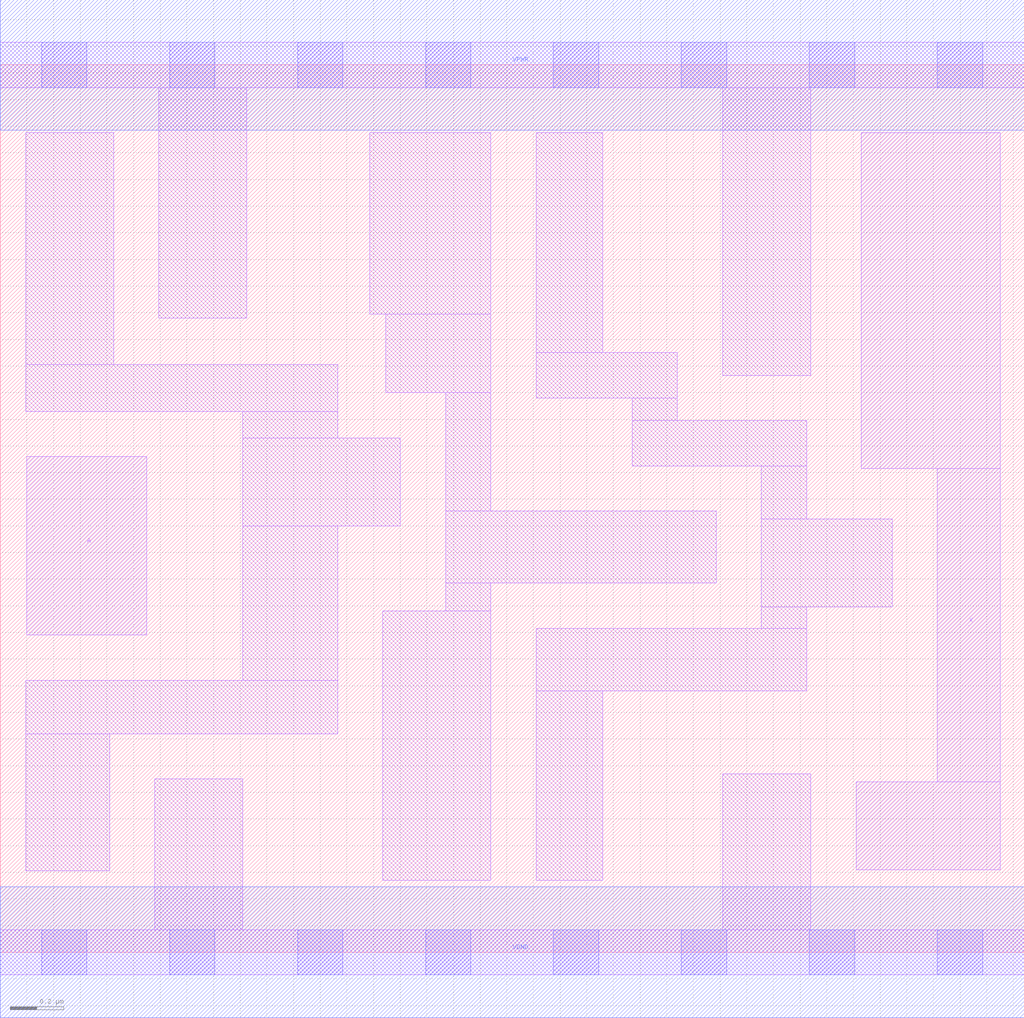
<source format=lef>
# Copyright 2020 The SkyWater PDK Authors
#
# Licensed under the Apache License, Version 2.0 (the "License");
# you may not use this file except in compliance with the License.
# You may obtain a copy of the License at
#
#     https://www.apache.org/licenses/LICENSE-2.0
#
# Unless required by applicable law or agreed to in writing, software
# distributed under the License is distributed on an "AS IS" BASIS,
# WITHOUT WARRANTIES OR CONDITIONS OF ANY KIND, either express or implied.
# See the License for the specific language governing permissions and
# limitations under the License.
#
# SPDX-License-Identifier: Apache-2.0

VERSION 5.7 ;
  NAMESCASESENSITIVE ON ;
  NOWIREEXTENSIONATPIN ON ;
  DIVIDERCHAR "/" ;
  BUSBITCHARS "[]" ;
UNITS
  DATABASE MICRONS 200 ;
END UNITS
MACRO sky130_fd_sc_lp__clkdlybuf4s15_1
  CLASS CORE ;
  SOURCE USER ;
  FOREIGN sky130_fd_sc_lp__clkdlybuf4s15_1 ;
  ORIGIN  0.000000  0.000000 ;
  SIZE  3.840000 BY  3.330000 ;
  SYMMETRY X Y R90 ;
  SITE unit ;
  PIN A
    ANTENNAGATEAREA  0.252000 ;
    DIRECTION INPUT ;
    USE SIGNAL ;
    PORT
      LAYER li1 ;
        RECT 0.100000 1.190000 0.550000 1.860000 ;
    END
  END A
  PIN X
    ANTENNADIFFAREA  0.445200 ;
    DIRECTION OUTPUT ;
    USE SIGNAL ;
    PORT
      LAYER li1 ;
        RECT 3.210000 0.310000 3.750000 0.640000 ;
        RECT 3.230000 1.815000 3.750000 3.075000 ;
        RECT 3.515000 0.640000 3.750000 1.815000 ;
    END
  END X
  PIN VGND
    DIRECTION INOUT ;
    USE GROUND ;
    PORT
      LAYER met1 ;
        RECT 0.000000 -0.245000 3.840000 0.245000 ;
    END
  END VGND
  PIN VPWR
    DIRECTION INOUT ;
    USE POWER ;
    PORT
      LAYER met1 ;
        RECT 0.000000 3.085000 3.840000 3.575000 ;
    END
  END VPWR
  OBS
    LAYER li1 ;
      RECT 0.000000 -0.085000 3.840000 0.085000 ;
      RECT 0.000000  3.245000 3.840000 3.415000 ;
      RECT 0.095000  0.305000 0.410000 0.820000 ;
      RECT 0.095000  0.820000 1.265000 1.020000 ;
      RECT 0.095000  2.030000 1.265000 2.205000 ;
      RECT 0.095000  2.205000 0.425000 3.075000 ;
      RECT 0.580000  0.085000 0.910000 0.650000 ;
      RECT 0.595000  2.380000 0.925000 3.245000 ;
      RECT 0.910000  1.020000 1.265000 1.600000 ;
      RECT 0.910000  1.600000 1.500000 1.930000 ;
      RECT 0.910000  1.930000 1.265000 2.030000 ;
      RECT 1.385000  2.395000 1.840000 3.075000 ;
      RECT 1.435000  0.270000 1.840000 1.280000 ;
      RECT 1.445000  2.100000 1.840000 2.395000 ;
      RECT 1.670000  1.280000 1.840000 1.385000 ;
      RECT 1.670000  1.385000 2.685000 1.655000 ;
      RECT 1.670000  1.655000 1.840000 2.100000 ;
      RECT 2.010000  0.270000 2.260000 0.980000 ;
      RECT 2.010000  0.980000 3.025000 1.215000 ;
      RECT 2.010000  2.080000 2.540000 2.250000 ;
      RECT 2.010000  2.250000 2.260000 3.075000 ;
      RECT 2.370000  1.825000 3.025000 1.995000 ;
      RECT 2.370000  1.995000 2.540000 2.080000 ;
      RECT 2.710000  0.085000 3.040000 0.670000 ;
      RECT 2.710000  2.165000 3.040000 3.245000 ;
      RECT 2.855000  1.215000 3.025000 1.295000 ;
      RECT 2.855000  1.295000 3.345000 1.625000 ;
      RECT 2.855000  1.625000 3.025000 1.825000 ;
    LAYER mcon ;
      RECT 0.155000 -0.085000 0.325000 0.085000 ;
      RECT 0.155000  3.245000 0.325000 3.415000 ;
      RECT 0.635000 -0.085000 0.805000 0.085000 ;
      RECT 0.635000  3.245000 0.805000 3.415000 ;
      RECT 1.115000 -0.085000 1.285000 0.085000 ;
      RECT 1.115000  3.245000 1.285000 3.415000 ;
      RECT 1.595000 -0.085000 1.765000 0.085000 ;
      RECT 1.595000  3.245000 1.765000 3.415000 ;
      RECT 2.075000 -0.085000 2.245000 0.085000 ;
      RECT 2.075000  3.245000 2.245000 3.415000 ;
      RECT 2.555000 -0.085000 2.725000 0.085000 ;
      RECT 2.555000  3.245000 2.725000 3.415000 ;
      RECT 3.035000 -0.085000 3.205000 0.085000 ;
      RECT 3.035000  3.245000 3.205000 3.415000 ;
      RECT 3.515000 -0.085000 3.685000 0.085000 ;
      RECT 3.515000  3.245000 3.685000 3.415000 ;
  END
END sky130_fd_sc_lp__clkdlybuf4s15_1
END LIBRARY

</source>
